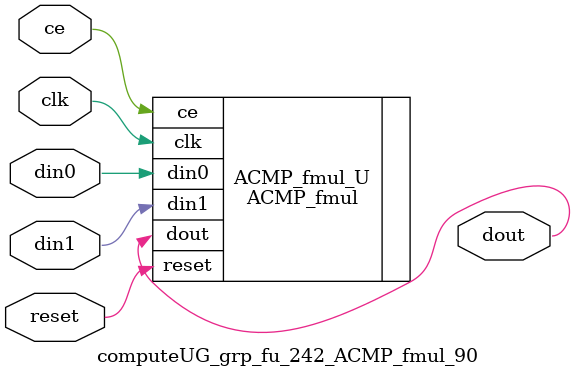
<source format=v>

`timescale 1 ns / 1 ps
module computeUG_grp_fu_242_ACMP_fmul_90(
    clk,
    reset,
    ce,
    din0,
    din1,
    dout);

parameter ID = 32'd1;
parameter NUM_STAGE = 32'd1;
parameter din0_WIDTH = 32'd1;
parameter din1_WIDTH = 32'd1;
parameter dout_WIDTH = 32'd1;
input clk;
input reset;
input ce;
input[din0_WIDTH - 1:0] din0;
input[din1_WIDTH - 1:0] din1;
output[dout_WIDTH - 1:0] dout;



ACMP_fmul #(
.ID( ID ),
.NUM_STAGE( 4 ),
.din0_WIDTH( din0_WIDTH ),
.din1_WIDTH( din1_WIDTH ),
.dout_WIDTH( dout_WIDTH ))
ACMP_fmul_U(
    .clk( clk ),
    .reset( reset ),
    .ce( ce ),
    .din0( din0 ),
    .din1( din1 ),
    .dout( dout ));

endmodule

</source>
